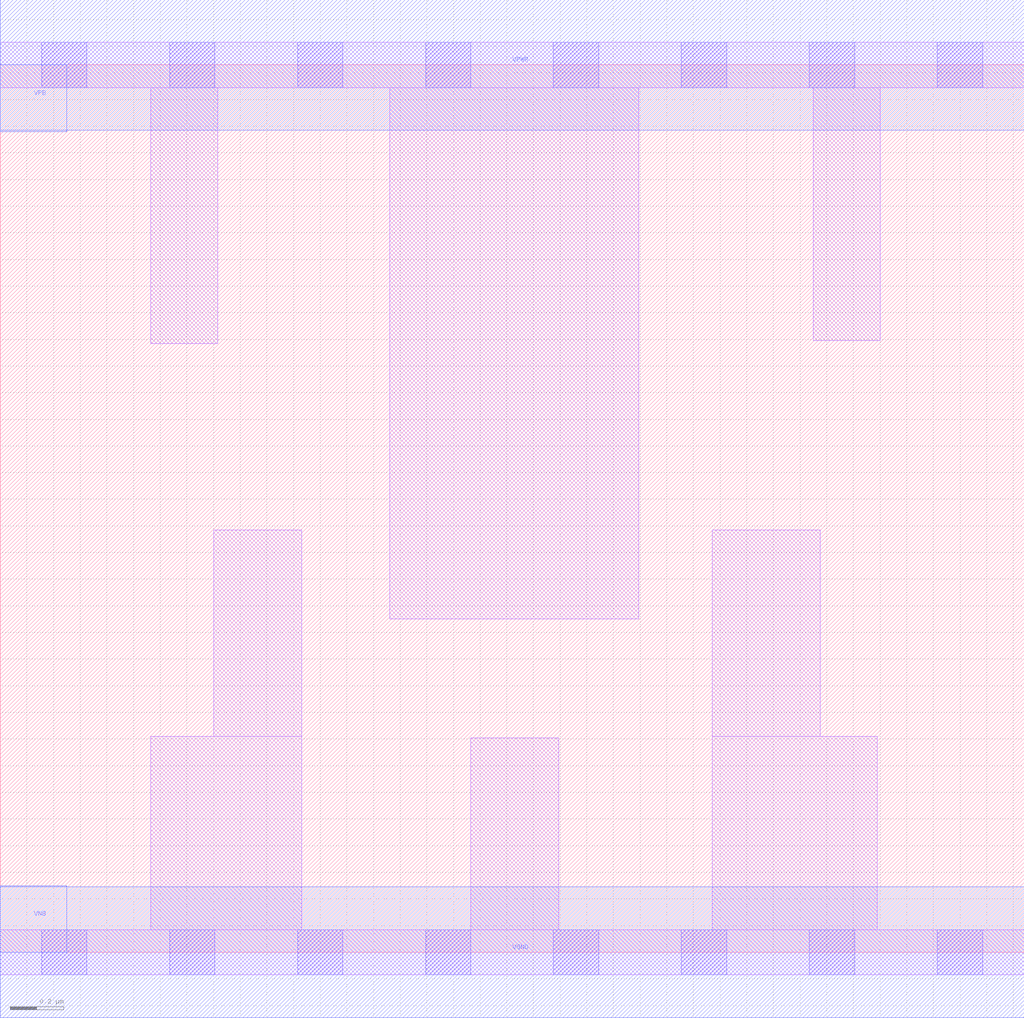
<source format=lef>
# Copyright 2020 The SkyWater PDK Authors
#
# Licensed under the Apache License, Version 2.0 (the "License");
# you may not use this file except in compliance with the License.
# You may obtain a copy of the License at
#
#     https://www.apache.org/licenses/LICENSE-2.0
#
# Unless required by applicable law or agreed to in writing, software
# distributed under the License is distributed on an "AS IS" BASIS,
# WITHOUT WARRANTIES OR CONDITIONS OF ANY KIND, either express or implied.
# See the License for the specific language governing permissions and
# limitations under the License.
#
# SPDX-License-Identifier: Apache-2.0

VERSION 5.5 ;
NAMESCASESENSITIVE ON ;
BUSBITCHARS "[]" ;
DIVIDERCHAR "/" ;
MACRO sky130_fd_sc_hs__decap_8
  CLASS CORE ;
  SOURCE USER ;
  ORIGIN  0.000000  0.000000 ;
  SIZE  3.840000 BY  3.330000 ;
  SYMMETRY X Y ;
  SITE unit ;
  PIN VGND
    DIRECTION INOUT ;
    USE GROUND ;
    PORT
      LAYER met1 ;
        RECT 0.000000 -0.245000 3.840000 0.245000 ;
    END
  END VGND
  PIN VNB
    DIRECTION INOUT ;
    USE GROUND ;
    PORT
      LAYER met1 ;
        RECT 0.000000 0.000000 0.250000 0.250000 ;
    END
  END VNB
  PIN VPB
    DIRECTION INOUT ;
    USE POWER ;
    PORT
      LAYER met1 ;
        RECT 0.000000 3.080000 0.250000 3.330000 ;
    END
  END VPB
  PIN VPWR
    DIRECTION INOUT ;
    USE POWER ;
    PORT
      LAYER met1 ;
        RECT 0.000000 3.085000 3.840000 3.575000 ;
    END
  END VPWR
  OBS
    LAYER li1 ;
      RECT 0.000000 -0.085000 3.840000 0.085000 ;
      RECT 0.000000  3.245000 3.840000 3.415000 ;
      RECT 0.565000  0.085000 1.130000 0.810000 ;
      RECT 0.565000  2.285000 0.815000 3.245000 ;
      RECT 0.800000  0.810000 1.130000 1.585000 ;
      RECT 1.460000  1.250000 2.395000 3.245000 ;
      RECT 1.765000  0.085000 2.095000 0.805000 ;
      RECT 2.670000  0.085000 3.290000 0.810000 ;
      RECT 2.670000  0.810000 3.075000 1.585000 ;
      RECT 3.050000  2.295000 3.300000 3.245000 ;
    LAYER mcon ;
      RECT 0.155000 -0.085000 0.325000 0.085000 ;
      RECT 0.155000  3.245000 0.325000 3.415000 ;
      RECT 0.635000 -0.085000 0.805000 0.085000 ;
      RECT 0.635000  3.245000 0.805000 3.415000 ;
      RECT 1.115000 -0.085000 1.285000 0.085000 ;
      RECT 1.115000  3.245000 1.285000 3.415000 ;
      RECT 1.595000 -0.085000 1.765000 0.085000 ;
      RECT 1.595000  3.245000 1.765000 3.415000 ;
      RECT 2.075000 -0.085000 2.245000 0.085000 ;
      RECT 2.075000  3.245000 2.245000 3.415000 ;
      RECT 2.555000 -0.085000 2.725000 0.085000 ;
      RECT 2.555000  3.245000 2.725000 3.415000 ;
      RECT 3.035000 -0.085000 3.205000 0.085000 ;
      RECT 3.035000  3.245000 3.205000 3.415000 ;
      RECT 3.515000 -0.085000 3.685000 0.085000 ;
      RECT 3.515000  3.245000 3.685000 3.415000 ;
  END
END sky130_fd_sc_hs__decap_8
END LIBRARY

</source>
